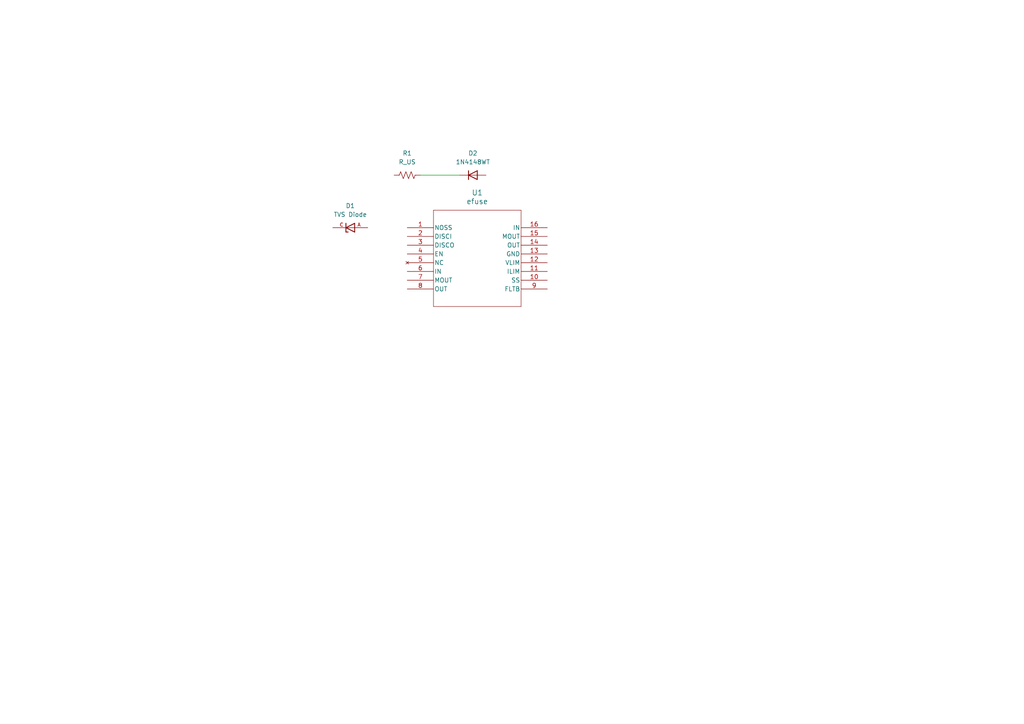
<source format=kicad_sch>
(kicad_sch (version 20250114) (generator "eeschema") (generator_version "9.0")
  (paper "A4")
  (lib_symbols
    (symbol "Device:R_US" (pin_numbers (hide yes)) (pin_names (offset 0))
      (property "Reference" "R" (at 2.54 0 90))
      (property "Value" "R_US" (at -2.54 0 90))
      (symbol "R_US_0_1"
        (polyline (pts (xy 0 2.286) (xy 0 2.54)))
        (polyline (pts (xy 0 2.286) (xy 1.016 1.905) (xy 0 1.524) (xy -1.016 1.143) (xy 0 0.762)))
        (polyline (pts (xy 0 0.762) (xy 1.016 0.381) (xy 0 0) (xy -1.016 -0.381) (xy 0 -0.762)))
        (polyline (pts (xy 0 -0.762) (xy 1.016 -1.143) (xy 0 -1.524) (xy -1.016 -1.905) (xy 0 -2.286)))
        (polyline (pts (xy 0 -2.286) (xy 0 -2.54)))
      )
      (symbol "R_US_1_1"
        (pin passive line (at 0 3.81 270) (length 1.27) (name "~") (number "1"))
        (pin passive line (at 0 -3.81 90) (length 1.27) (name "~") (number "2"))
      )
    )
    (symbol "Diode:1N4148WT" (pin_numbers (hide yes)) (pin_names (hide yes))
      (property "Reference" "D" (at 0 2.54 0))
      (property "Value" "1N4148WT" (at 0 -2.54 0))
      (symbol "1N4148WT_0_1"
        (polyline (pts (xy -1.27 1.27) (xy -1.27 -1.27)) (stroke (width 0.254)))
        (polyline (pts (xy 1.27 1.27) (xy 1.27 -1.27) (xy -1.27 0) (xy 1.27 1.27)) (stroke (width 0.254)))
        (polyline (pts (xy 1.27 0) (xy -1.27 0)))
      )
      (symbol "1N4148WT_1_1"
        (pin passive line (at -3.81 0 0) (length 2.54) (name "K") (number "1"))
        (pin passive line (at 3.81 0 180) (length 2.54) (name "A") (number "2"))
      )
    )
    (symbol "LS2406ERQ23:LS2406ERQ23" (pin_names (offset 0.254))
      (property "Reference" "U" (at 20.32 10.16 0))
      (property "Value" "LS2406ERQ23" (at 20.32 7.62 0))
      (symbol "LS2406ERQ23_0_1"
        (polyline (pts (xy 7.62 5.08) (xy 7.62 -22.86)) (stroke (width 0.127)))
        (polyline (pts (xy 7.62 -22.86) (xy 33.02 -22.86)) (stroke (width 0.127)))
        (polyline (pts (xy 33.02 5.08) (xy 7.62 5.08)) (stroke (width 0.127)))
        (polyline (pts (xy 33.02 -22.86) (xy 33.02 5.08)) (stroke (width 0.127)))
        (pin unspecified line (at 0 0 0) (length 7.62) (name "NOSS") (number "1"))
        (pin input line (at 0 -2.54 0) (length 7.62) (name "DISCI") (number "2"))
        (pin input line (at 0 -5.08 0) (length 7.62) (name "DISCO") (number "3"))
        (pin unspecified line (at 0 -7.62 0) (length 7.62) (name "EN") (number "4"))
        (pin no_connect line (at 0 -10.16 0) (length 7.62) (name "NC") (number "5"))
        (pin input line (at 0 -12.7 0) (length 7.62) (name "IN") (number "6"))
        (pin unspecified line (at 0 -15.24 0) (length 7.62) (name "MOUT") (number "7"))
        (pin output line (at 0 -17.78 0) (length 7.62) (name "OUT") (number "8"))
        (pin input line (at 40.64 0 180) (length 7.62) (name "IN") (number "16"))
        (pin unspecified line (at 40.64 -2.54 180) (length 7.62) (name "MOUT") (number "15"))
        (pin output line (at 40.64 -5.08 180) (length 7.62) (name "OUT") (number "14"))
        (pin power_out line (at 40.64 -7.62 180) (length 7.62) (name "GND") (number "13"))
        (pin input line (at 40.64 -10.16 180) (length 7.62) (name "VLIM") (number "12"))
        (pin unspecified line (at 40.64 -12.7 180) (length 7.62) (name "ILIM") (number "11"))
        (pin unspecified line (at 40.64 -15.24 180) (length 7.62) (name "SS") (number "10"))
        (pin output line (at 40.64 -17.78 180) (length 7.62) (name "FLTB") (number "9"))
      )
    )
    (symbol "P4KE15:P4KE15" (pin_names (offset 1.016))
      (property "Reference" "D" (at -5.0835 2.4159 0))
      (property "Value" "P4KE15" (at -5.0854 -4.9611 0))
      (symbol "P4KE15_0_0"
        (polyline (pts (xy -1.27 0) (xy -1.27 1.27)) (stroke (width 0.254)))
        (polyline (pts (xy -1.27 0) (xy 1.27 -1.27)) (stroke (width 0.254)))
        (polyline (pts (xy -1.27 -1.27) (xy -1.27 0)) (stroke (width 0.254)))
        (polyline (pts (xy -0.635 -1.27) (xy -1.27 -1.27)) (stroke (width 0.254)))
        (polyline (pts (xy 1.27 1.27) (xy -1.27 0)) (stroke (width 0.254)))
        (polyline (pts (xy 1.27 -1.27) (xy 1.27 1.27)) (stroke (width 0.254)))
        (pin passive line (at -5.08 0 0) (length 5.08) (name "~") (number "C"))
        (pin passive line (at 5.08 0 180) (length 5.08) (name "~") (number "A"))
      )
    )
  )
  (wire (pts (xy 121.92 50.8) (xy 133.35 50.8)))
  (symbol (lib_id "P4KE15:P4KE15") (at 101.6 66.04 0) (unit 1)
    (property "Reference" "D1" (at 101.6 59.69 0))
    (property "Value" "TVS Diode" (at 101.6 62.23 0))
    (property "Footprint" "P4KE15:DIOAD1036W78L470D235" (effects (hide yes)))
    (property "MF" "Taiwan Semiconductor" (effects (hide yes)))
    (property "MAXIMUM_PACKAGE_HEIGHT" "2.70 mm" (effects (hide yes)))
    (property "Package" "DO-41-2 Taiwan Semiconductor" (effects (hide yes)))
    (property "Price" "None" (effects (hide yes)))
    (property "Check_prices" "https://www.snapeda.com/parts/P4KE15/taiwan/view-part/?ref=eda" (effects (hide yes)))
    (property "STANDARD" "IPC-7351B" (effects (hide yes)))
    (property "PARTREV" "N2104" (effects (hide yes)))
    (property "SnapEDA_Link" "https://www.snapeda.com/parts/P4KE15/taiwan/view-part/?ref=snap" (effects (hide yes)))
    (property "MP" "P4KE15" (effects (hide yes)))
    (property "Description_1" "400W, 12.1V, Automotive, Unidirectional, TVS" (effects (hide yes)))
    (property "Availability" "In Stock" (effects (hide yes)))
    (property "MANUFACTURER" "Taiwan Semiconductor" (effects (hide yes)))
  )
  (symbol (lib_id "Device:R_US") (at 118.11 50.8 90) (unit 1)
    (property "Reference" "R1" (at 118.11 44.45 90))
    (property "Value" "R_US" (at 118.11 46.99 90))
    (property "Description" "Resistor, US symbol" (effects (hide yes)))
  )
  (symbol (lib_id "LS2406ERQ23:LS2406ERQ23") (at 118.11 66.04 0) (unit 1)
    (property "Reference" "U1" (at 138.43 55.88 0) (effects (font (size 1.524 1.524))))
    (property "Value" "efuse" (at 138.43 58.42 0) (effects (font (size 1.524 1.524))))
    (property "Footprint" "QFN16L_2P5X3P2-0P6_LTF" (effects (hide yes)))
    (property "Datasheet" "LS2406ERQ23" (effects (hide yes)))
  )
  (symbol (lib_id "Diode:1N4148WT") (at 137.16 50.8 0) (unit 1)
    (property "Reference" "D2" (at 137.16 44.45 0))
    (property "Value" "1N4148WT" (at 137.16 46.99 0))
    (property "Footprint" "Diode_SMD:D_SOD-523" (effects (hide yes)))
    (property "Datasheet" "https://www.diodes.com/assets/Datasheets/ds30396.pdf" (effects (hide yes)))
    (property "Description" "75V 0.15A Fast switching Diode, SOD-523" (effects (hide yes)))
    (property "Sim.Device" "D" (effects (hide yes)))
    (property "Sim.Pins" "1=K 2=A" (effects (hide yes)))
  )
)
</source>
